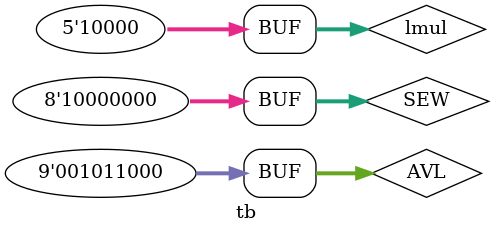
<source format=v>
module tb;
    reg [7:0] SEW;
    reg [4:0] lmul;
    reg [8:0] AVL;

    wire valid;
    wire [8:0] vl, new_AVL;

    vl_setup ihml (SEW, lmul, AVL, valid, vl, new_AVL);

    initial begin
        $dumpfile ("tb.vcd");
        $dumpvars (0, tb);

        SEW = 0;
        lmul = 0;
        AVL = 0;

        #10;
        SEW = 8'd64; lmul = 5'd4; AVL = 9'd9;

        #10;
        SEW = 8'd64; lmul = 5'd4; AVL = 9'd5;

        #10;
        SEW = 8'd44; lmul = 5'd2; AVL = 9'd5;

        #10;
        SEW = 8'd64; lmul = 5'd5; AVL = 9'd5;

        #10;
        SEW = 8'd8; lmul = 5'd16; AVL = 9'd256;

        #10;
        SEW = 8'd8; lmul = 5'd16; AVL = 9'd500;
    
        #10;
        SEW = 8'd128; lmul = 5'd16; AVL = 9'd600; //overflow
    end


endmodule

//avl is not really 9 bits
</source>
